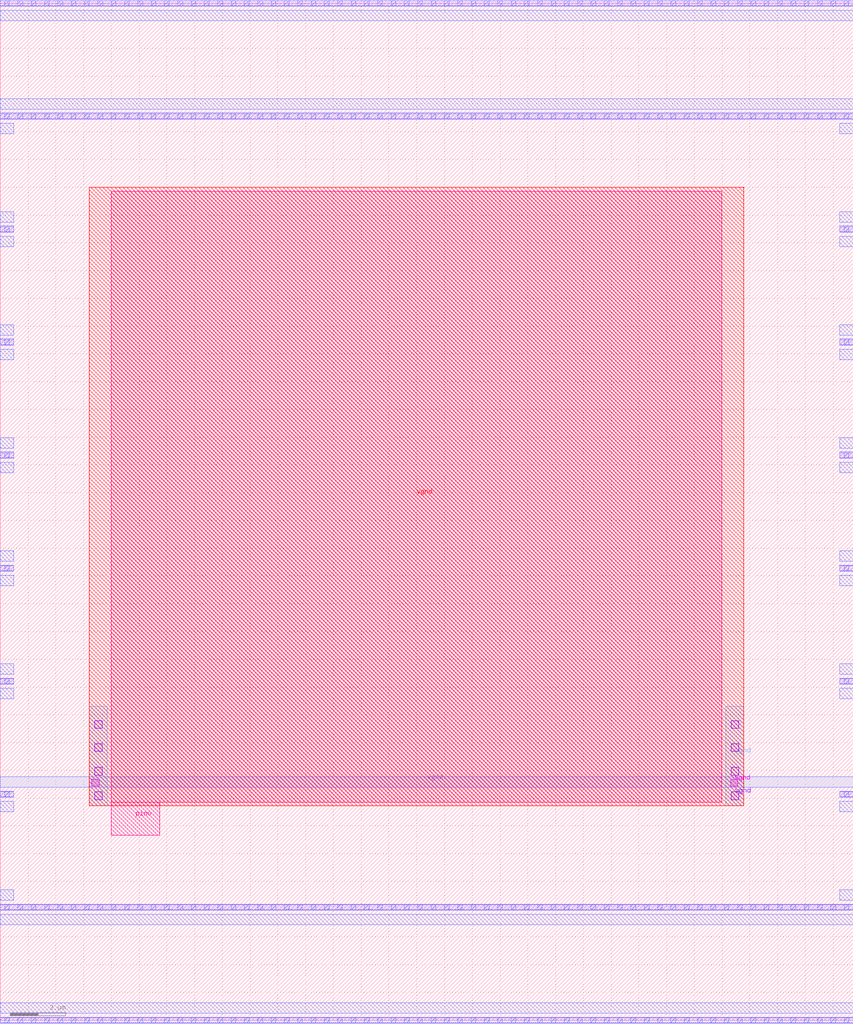
<source format=lef>
VERSION 5.6 ;
  BUSBITCHARS "[]" ;
  DIVIDERCHAR "/" ;

MACRO capacitor_test_nf
  CLASS BLOCK ;
  ORIGIN 0.000 0.000 ;
  FOREIGN capacitor_test_nf 0 0 ;
  SIZE 30.720 BY 36.630 ;
  PIN pin0
    DIRECTION INPUT ;
    USE SIGNAL ;
    PORT
      LAYER met4 ;
        RECT 3.990 7.860 25.990 29.860 ;
        RECT 3.990 6.670 5.750 7.860 ;
    END
  END pin0
  PIN vgnd
    DIRECTION INOUT ;
    USE GROUND ;
    PORT
      LAYER met1 ;
        RECT 0.000 8.395 30.720 8.765 ;
      LAYER via ;
        RECT 3.300 8.420 3.560 8.680 ;
        RECT 26.305 8.420 26.565 8.680 ;
      LAYER met2 ;
        RECT 3.200 7.720 3.850 11.315 ;
        RECT 26.130 7.720 26.780 11.315 ;
      LAYER via2 ;
        RECT 3.395 10.515 3.675 10.795 ;
        RECT 3.395 9.685 3.675 9.965 ;
        RECT 3.395 8.830 3.675 9.110 ;
        RECT 3.395 7.945 3.675 8.225 ;
        RECT 26.320 10.515 26.600 10.795 ;
        RECT 26.320 9.685 26.600 9.965 ;
        RECT 26.320 8.830 26.600 9.110 ;
        RECT 26.320 7.945 26.600 8.225 ;
      LAYER met3 ;
        RECT 3.200 7.720 26.780 30.000 ;
    END
  END vgnd
  OBS
#      LAYER nwell ;
#        RECT -0.330 34.445 31.050 37.045 ;
#      LAYER pwell ;
#        RECT -0.130 32.345 30.850 32.775 ;
#      LAYER nwell ;
#        RECT -0.330 26.305 0.810 30.675 ;
#        RECT 29.910 26.305 31.050 30.675 ;
#      LAYER pwell ;
#        RECT -0.130 24.205 0.610 24.635 ;
#        RECT 30.110 24.205 30.850 24.635 ;
#      LAYER nwell ;
#        RECT -0.330 18.165 0.810 22.535 ;
#        RECT 29.910 18.165 31.050 22.535 ;
#      LAYER pwell ;
#        RECT -0.130 16.065 0.610 16.495 ;
#        RECT 30.110 16.065 30.850 16.495 ;
#      LAYER nwell ;
#        RECT -0.330 10.025 0.810 14.395 ;
#        RECT 29.910 10.025 31.050 14.395 ;
#      LAYER pwell ;
#        RECT -0.130 7.925 0.610 8.355 ;
#        RECT 30.110 7.925 30.850 8.355 ;
#      LAYER nwell ;
#        RECT -0.330 4.485 0.810 6.255 ;
#        RECT 29.910 4.485 31.050 6.255 ;
#        RECT -0.330 1.885 31.050 4.485 ;
#      LAYER pwell ;
#        RECT -0.130 -0.215 30.850 0.215 ;
      LAYER li1 ;
        RECT 0.000 36.545 30.720 36.715 ;
        RECT 0.000 32.475 30.720 32.645 ;
        RECT 0.000 28.405 0.480 28.575 ;
        RECT 30.240 28.405 30.720 28.575 ;
        RECT 0.000 24.335 0.480 24.505 ;
        RECT 30.240 24.335 30.720 24.505 ;
        RECT 0.000 20.265 0.480 20.435 ;
        RECT 30.240 20.265 30.720 20.435 ;
        RECT 0.000 16.195 0.480 16.365 ;
        RECT 30.240 16.195 30.720 16.365 ;
        RECT 0.000 12.125 0.480 12.295 ;
        RECT 30.240 12.125 30.720 12.295 ;
        RECT 0.000 8.055 0.480 8.225 ;
        RECT 30.240 8.055 30.720 8.225 ;
        RECT 0.000 3.985 30.720 4.155 ;
        RECT 0.000 -0.085 30.720 0.085 ;
      LAYER mcon ;
        RECT 0.155 36.545 0.325 36.715 ;
        RECT 0.635 36.545 0.805 36.715 ;
        RECT 1.115 36.545 1.285 36.715 ;
        RECT 1.595 36.545 1.765 36.715 ;
        RECT 2.075 36.545 2.245 36.715 ;
        RECT 2.555 36.545 2.725 36.715 ;
        RECT 3.035 36.545 3.205 36.715 ;
        RECT 3.515 36.545 3.685 36.715 ;
        RECT 3.995 36.545 4.165 36.715 ;
        RECT 4.475 36.545 4.645 36.715 ;
        RECT 4.955 36.545 5.125 36.715 ;
        RECT 5.435 36.545 5.605 36.715 ;
        RECT 5.915 36.545 6.085 36.715 ;
        RECT 6.395 36.545 6.565 36.715 ;
        RECT 6.875 36.545 7.045 36.715 ;
        RECT 7.355 36.545 7.525 36.715 ;
        RECT 7.835 36.545 8.005 36.715 ;
        RECT 8.315 36.545 8.485 36.715 ;
        RECT 8.795 36.545 8.965 36.715 ;
        RECT 9.275 36.545 9.445 36.715 ;
        RECT 9.755 36.545 9.925 36.715 ;
        RECT 10.235 36.545 10.405 36.715 ;
        RECT 10.715 36.545 10.885 36.715 ;
        RECT 11.195 36.545 11.365 36.715 ;
        RECT 11.675 36.545 11.845 36.715 ;
        RECT 12.155 36.545 12.325 36.715 ;
        RECT 12.635 36.545 12.805 36.715 ;
        RECT 13.115 36.545 13.285 36.715 ;
        RECT 13.595 36.545 13.765 36.715 ;
        RECT 14.075 36.545 14.245 36.715 ;
        RECT 14.555 36.545 14.725 36.715 ;
        RECT 15.035 36.545 15.205 36.715 ;
        RECT 15.515 36.545 15.685 36.715 ;
        RECT 15.995 36.545 16.165 36.715 ;
        RECT 16.475 36.545 16.645 36.715 ;
        RECT 16.955 36.545 17.125 36.715 ;
        RECT 17.435 36.545 17.605 36.715 ;
        RECT 17.915 36.545 18.085 36.715 ;
        RECT 18.395 36.545 18.565 36.715 ;
        RECT 18.875 36.545 19.045 36.715 ;
        RECT 19.355 36.545 19.525 36.715 ;
        RECT 19.835 36.545 20.005 36.715 ;
        RECT 20.315 36.545 20.485 36.715 ;
        RECT 20.795 36.545 20.965 36.715 ;
        RECT 21.275 36.545 21.445 36.715 ;
        RECT 21.755 36.545 21.925 36.715 ;
        RECT 22.235 36.545 22.405 36.715 ;
        RECT 22.715 36.545 22.885 36.715 ;
        RECT 23.195 36.545 23.365 36.715 ;
        RECT 23.675 36.545 23.845 36.715 ;
        RECT 24.155 36.545 24.325 36.715 ;
        RECT 24.635 36.545 24.805 36.715 ;
        RECT 25.115 36.545 25.285 36.715 ;
        RECT 25.595 36.545 25.765 36.715 ;
        RECT 26.075 36.545 26.245 36.715 ;
        RECT 26.555 36.545 26.725 36.715 ;
        RECT 27.035 36.545 27.205 36.715 ;
        RECT 27.515 36.545 27.685 36.715 ;
        RECT 27.995 36.545 28.165 36.715 ;
        RECT 28.475 36.545 28.645 36.715 ;
        RECT 28.955 36.545 29.125 36.715 ;
        RECT 29.435 36.545 29.605 36.715 ;
        RECT 29.915 36.545 30.085 36.715 ;
        RECT 30.395 36.545 30.565 36.715 ;
        RECT 0.155 32.475 0.325 32.645 ;
        RECT 0.635 32.475 0.805 32.645 ;
        RECT 1.115 32.475 1.285 32.645 ;
        RECT 1.595 32.475 1.765 32.645 ;
        RECT 2.075 32.475 2.245 32.645 ;
        RECT 2.555 32.475 2.725 32.645 ;
        RECT 3.035 32.475 3.205 32.645 ;
        RECT 3.515 32.475 3.685 32.645 ;
        RECT 3.995 32.475 4.165 32.645 ;
        RECT 4.475 32.475 4.645 32.645 ;
        RECT 4.955 32.475 5.125 32.645 ;
        RECT 5.435 32.475 5.605 32.645 ;
        RECT 5.915 32.475 6.085 32.645 ;
        RECT 6.395 32.475 6.565 32.645 ;
        RECT 6.875 32.475 7.045 32.645 ;
        RECT 7.355 32.475 7.525 32.645 ;
        RECT 7.835 32.475 8.005 32.645 ;
        RECT 8.315 32.475 8.485 32.645 ;
        RECT 8.795 32.475 8.965 32.645 ;
        RECT 9.275 32.475 9.445 32.645 ;
        RECT 9.755 32.475 9.925 32.645 ;
        RECT 10.235 32.475 10.405 32.645 ;
        RECT 10.715 32.475 10.885 32.645 ;
        RECT 11.195 32.475 11.365 32.645 ;
        RECT 11.675 32.475 11.845 32.645 ;
        RECT 12.155 32.475 12.325 32.645 ;
        RECT 12.635 32.475 12.805 32.645 ;
        RECT 13.115 32.475 13.285 32.645 ;
        RECT 13.595 32.475 13.765 32.645 ;
        RECT 14.075 32.475 14.245 32.645 ;
        RECT 14.555 32.475 14.725 32.645 ;
        RECT 15.035 32.475 15.205 32.645 ;
        RECT 15.515 32.475 15.685 32.645 ;
        RECT 15.995 32.475 16.165 32.645 ;
        RECT 16.475 32.475 16.645 32.645 ;
        RECT 16.955 32.475 17.125 32.645 ;
        RECT 17.435 32.475 17.605 32.645 ;
        RECT 17.915 32.475 18.085 32.645 ;
        RECT 18.395 32.475 18.565 32.645 ;
        RECT 18.875 32.475 19.045 32.645 ;
        RECT 19.355 32.475 19.525 32.645 ;
        RECT 19.835 32.475 20.005 32.645 ;
        RECT 20.315 32.475 20.485 32.645 ;
        RECT 20.795 32.475 20.965 32.645 ;
        RECT 21.275 32.475 21.445 32.645 ;
        RECT 21.755 32.475 21.925 32.645 ;
        RECT 22.235 32.475 22.405 32.645 ;
        RECT 22.715 32.475 22.885 32.645 ;
        RECT 23.195 32.475 23.365 32.645 ;
        RECT 23.675 32.475 23.845 32.645 ;
        RECT 24.155 32.475 24.325 32.645 ;
        RECT 24.635 32.475 24.805 32.645 ;
        RECT 25.115 32.475 25.285 32.645 ;
        RECT 25.595 32.475 25.765 32.645 ;
        RECT 26.075 32.475 26.245 32.645 ;
        RECT 26.555 32.475 26.725 32.645 ;
        RECT 27.035 32.475 27.205 32.645 ;
        RECT 27.515 32.475 27.685 32.645 ;
        RECT 27.995 32.475 28.165 32.645 ;
        RECT 28.475 32.475 28.645 32.645 ;
        RECT 28.955 32.475 29.125 32.645 ;
        RECT 29.435 32.475 29.605 32.645 ;
        RECT 29.915 32.475 30.085 32.645 ;
        RECT 30.395 32.475 30.565 32.645 ;
        RECT 0.155 28.405 0.325 28.575 ;
        RECT 30.395 28.405 30.565 28.575 ;
        RECT 0.155 24.335 0.325 24.505 ;
        RECT 30.395 24.335 30.565 24.505 ;
        RECT 0.155 20.265 0.325 20.435 ;
        RECT 30.395 20.265 30.565 20.435 ;
        RECT 0.155 16.195 0.325 16.365 ;
        RECT 30.395 16.195 30.565 16.365 ;
        RECT 0.155 12.125 0.325 12.295 ;
        RECT 30.395 12.125 30.565 12.295 ;
        RECT 0.155 8.055 0.325 8.225 ;
        RECT 30.395 8.055 30.565 8.225 ;
        RECT 0.155 3.985 0.325 4.155 ;
        RECT 0.635 3.985 0.805 4.155 ;
        RECT 1.115 3.985 1.285 4.155 ;
        RECT 1.595 3.985 1.765 4.155 ;
        RECT 2.075 3.985 2.245 4.155 ;
        RECT 2.555 3.985 2.725 4.155 ;
        RECT 3.035 3.985 3.205 4.155 ;
        RECT 3.515 3.985 3.685 4.155 ;
        RECT 3.995 3.985 4.165 4.155 ;
        RECT 4.475 3.985 4.645 4.155 ;
        RECT 4.955 3.985 5.125 4.155 ;
        RECT 5.435 3.985 5.605 4.155 ;
        RECT 5.915 3.985 6.085 4.155 ;
        RECT 6.395 3.985 6.565 4.155 ;
        RECT 6.875 3.985 7.045 4.155 ;
        RECT 7.355 3.985 7.525 4.155 ;
        RECT 7.835 3.985 8.005 4.155 ;
        RECT 8.315 3.985 8.485 4.155 ;
        RECT 8.795 3.985 8.965 4.155 ;
        RECT 9.275 3.985 9.445 4.155 ;
        RECT 9.755 3.985 9.925 4.155 ;
        RECT 10.235 3.985 10.405 4.155 ;
        RECT 10.715 3.985 10.885 4.155 ;
        RECT 11.195 3.985 11.365 4.155 ;
        RECT 11.675 3.985 11.845 4.155 ;
        RECT 12.155 3.985 12.325 4.155 ;
        RECT 12.635 3.985 12.805 4.155 ;
        RECT 13.115 3.985 13.285 4.155 ;
        RECT 13.595 3.985 13.765 4.155 ;
        RECT 14.075 3.985 14.245 4.155 ;
        RECT 14.555 3.985 14.725 4.155 ;
        RECT 15.035 3.985 15.205 4.155 ;
        RECT 15.515 3.985 15.685 4.155 ;
        RECT 15.995 3.985 16.165 4.155 ;
        RECT 16.475 3.985 16.645 4.155 ;
        RECT 16.955 3.985 17.125 4.155 ;
        RECT 17.435 3.985 17.605 4.155 ;
        RECT 17.915 3.985 18.085 4.155 ;
        RECT 18.395 3.985 18.565 4.155 ;
        RECT 18.875 3.985 19.045 4.155 ;
        RECT 19.355 3.985 19.525 4.155 ;
        RECT 19.835 3.985 20.005 4.155 ;
        RECT 20.315 3.985 20.485 4.155 ;
        RECT 20.795 3.985 20.965 4.155 ;
        RECT 21.275 3.985 21.445 4.155 ;
        RECT 21.755 3.985 21.925 4.155 ;
        RECT 22.235 3.985 22.405 4.155 ;
        RECT 22.715 3.985 22.885 4.155 ;
        RECT 23.195 3.985 23.365 4.155 ;
        RECT 23.675 3.985 23.845 4.155 ;
        RECT 24.155 3.985 24.325 4.155 ;
        RECT 24.635 3.985 24.805 4.155 ;
        RECT 25.115 3.985 25.285 4.155 ;
        RECT 25.595 3.985 25.765 4.155 ;
        RECT 26.075 3.985 26.245 4.155 ;
        RECT 26.555 3.985 26.725 4.155 ;
        RECT 27.035 3.985 27.205 4.155 ;
        RECT 27.515 3.985 27.685 4.155 ;
        RECT 27.995 3.985 28.165 4.155 ;
        RECT 28.475 3.985 28.645 4.155 ;
        RECT 28.955 3.985 29.125 4.155 ;
        RECT 29.435 3.985 29.605 4.155 ;
        RECT 29.915 3.985 30.085 4.155 ;
        RECT 30.395 3.985 30.565 4.155 ;
        RECT 0.155 -0.085 0.325 0.085 ;
        RECT 0.635 -0.085 0.805 0.085 ;
        RECT 1.115 -0.085 1.285 0.085 ;
        RECT 1.595 -0.085 1.765 0.085 ;
        RECT 2.075 -0.085 2.245 0.085 ;
        RECT 2.555 -0.085 2.725 0.085 ;
        RECT 3.035 -0.085 3.205 0.085 ;
        RECT 3.515 -0.085 3.685 0.085 ;
        RECT 3.995 -0.085 4.165 0.085 ;
        RECT 4.475 -0.085 4.645 0.085 ;
        RECT 4.955 -0.085 5.125 0.085 ;
        RECT 5.435 -0.085 5.605 0.085 ;
        RECT 5.915 -0.085 6.085 0.085 ;
        RECT 6.395 -0.085 6.565 0.085 ;
        RECT 6.875 -0.085 7.045 0.085 ;
        RECT 7.355 -0.085 7.525 0.085 ;
        RECT 7.835 -0.085 8.005 0.085 ;
        RECT 8.315 -0.085 8.485 0.085 ;
        RECT 8.795 -0.085 8.965 0.085 ;
        RECT 9.275 -0.085 9.445 0.085 ;
        RECT 9.755 -0.085 9.925 0.085 ;
        RECT 10.235 -0.085 10.405 0.085 ;
        RECT 10.715 -0.085 10.885 0.085 ;
        RECT 11.195 -0.085 11.365 0.085 ;
        RECT 11.675 -0.085 11.845 0.085 ;
        RECT 12.155 -0.085 12.325 0.085 ;
        RECT 12.635 -0.085 12.805 0.085 ;
        RECT 13.115 -0.085 13.285 0.085 ;
        RECT 13.595 -0.085 13.765 0.085 ;
        RECT 14.075 -0.085 14.245 0.085 ;
        RECT 14.555 -0.085 14.725 0.085 ;
        RECT 15.035 -0.085 15.205 0.085 ;
        RECT 15.515 -0.085 15.685 0.085 ;
        RECT 15.995 -0.085 16.165 0.085 ;
        RECT 16.475 -0.085 16.645 0.085 ;
        RECT 16.955 -0.085 17.125 0.085 ;
        RECT 17.435 -0.085 17.605 0.085 ;
        RECT 17.915 -0.085 18.085 0.085 ;
        RECT 18.395 -0.085 18.565 0.085 ;
        RECT 18.875 -0.085 19.045 0.085 ;
        RECT 19.355 -0.085 19.525 0.085 ;
        RECT 19.835 -0.085 20.005 0.085 ;
        RECT 20.315 -0.085 20.485 0.085 ;
        RECT 20.795 -0.085 20.965 0.085 ;
        RECT 21.275 -0.085 21.445 0.085 ;
        RECT 21.755 -0.085 21.925 0.085 ;
        RECT 22.235 -0.085 22.405 0.085 ;
        RECT 22.715 -0.085 22.885 0.085 ;
        RECT 23.195 -0.085 23.365 0.085 ;
        RECT 23.675 -0.085 23.845 0.085 ;
        RECT 24.155 -0.085 24.325 0.085 ;
        RECT 24.635 -0.085 24.805 0.085 ;
        RECT 25.115 -0.085 25.285 0.085 ;
        RECT 25.595 -0.085 25.765 0.085 ;
        RECT 26.075 -0.085 26.245 0.085 ;
        RECT 26.555 -0.085 26.725 0.085 ;
        RECT 27.035 -0.085 27.205 0.085 ;
        RECT 27.515 -0.085 27.685 0.085 ;
        RECT 27.995 -0.085 28.165 0.085 ;
        RECT 28.475 -0.085 28.645 0.085 ;
        RECT 28.955 -0.085 29.125 0.085 ;
        RECT 29.435 -0.085 29.605 0.085 ;
        RECT 29.915 -0.085 30.085 0.085 ;
        RECT 30.395 -0.085 30.565 0.085 ;
      LAYER met1 ;
        RECT 0.000 36.515 30.720 36.745 ;
        RECT 0.000 36.005 30.720 36.375 ;
        RECT 0.000 32.815 30.720 33.185 ;
        RECT 0.000 32.445 30.720 32.675 ;
        RECT 0.000 31.935 0.480 32.305 ;
        RECT 30.240 31.935 30.720 32.305 ;
        RECT 0.000 28.745 0.480 29.115 ;
        RECT 30.240 28.745 30.720 29.115 ;
        RECT 0.000 28.375 0.480 28.605 ;
        RECT 30.240 28.375 30.720 28.605 ;
        RECT 0.000 27.865 0.480 28.235 ;
        RECT 30.240 27.865 30.720 28.235 ;
        RECT 0.000 24.675 0.480 25.045 ;
        RECT 30.240 24.675 30.720 25.045 ;
        RECT 0.000 24.305 0.480 24.535 ;
        RECT 30.240 24.305 30.720 24.535 ;
        RECT 0.000 23.795 0.480 24.165 ;
        RECT 30.240 23.795 30.720 24.165 ;
        RECT 0.000 20.605 0.480 20.975 ;
        RECT 30.240 20.605 30.720 20.975 ;
        RECT 0.000 20.235 0.480 20.465 ;
        RECT 30.240 20.235 30.720 20.465 ;
        RECT 0.000 19.725 0.480 20.095 ;
        RECT 30.240 19.725 30.720 20.095 ;
        RECT 0.000 16.535 0.480 16.905 ;
        RECT 30.240 16.535 30.720 16.905 ;
        RECT 0.000 16.165 0.480 16.395 ;
        RECT 30.240 16.165 30.720 16.395 ;
        RECT 0.000 15.655 0.480 16.025 ;
        RECT 30.240 15.655 30.720 16.025 ;
        RECT 0.000 12.465 0.480 12.835 ;
        RECT 30.240 12.465 30.720 12.835 ;
        RECT 0.000 12.095 0.480 12.325 ;
        RECT 30.240 12.095 30.720 12.325 ;
        RECT 0.000 11.585 0.480 11.955 ;
        RECT 30.240 11.585 30.720 11.955 ;
        RECT 0.000 8.025 0.480 8.255 ;
        RECT 30.240 8.025 30.720 8.255 ;
        RECT 0.000 7.515 0.480 7.885 ;
        RECT 30.240 7.515 30.720 7.885 ;
        RECT 0.000 4.325 0.480 4.695 ;
        RECT 30.240 4.325 30.720 4.695 ;
        RECT 0.000 3.955 30.720 4.185 ;
        RECT 0.000 3.445 30.720 3.815 ;
        RECT 0.000 0.255 30.720 0.625 ;
        RECT 0.000 -0.115 30.720 0.115 ;
  END
END capacitor_test_nf
END LIBRARY

</source>
